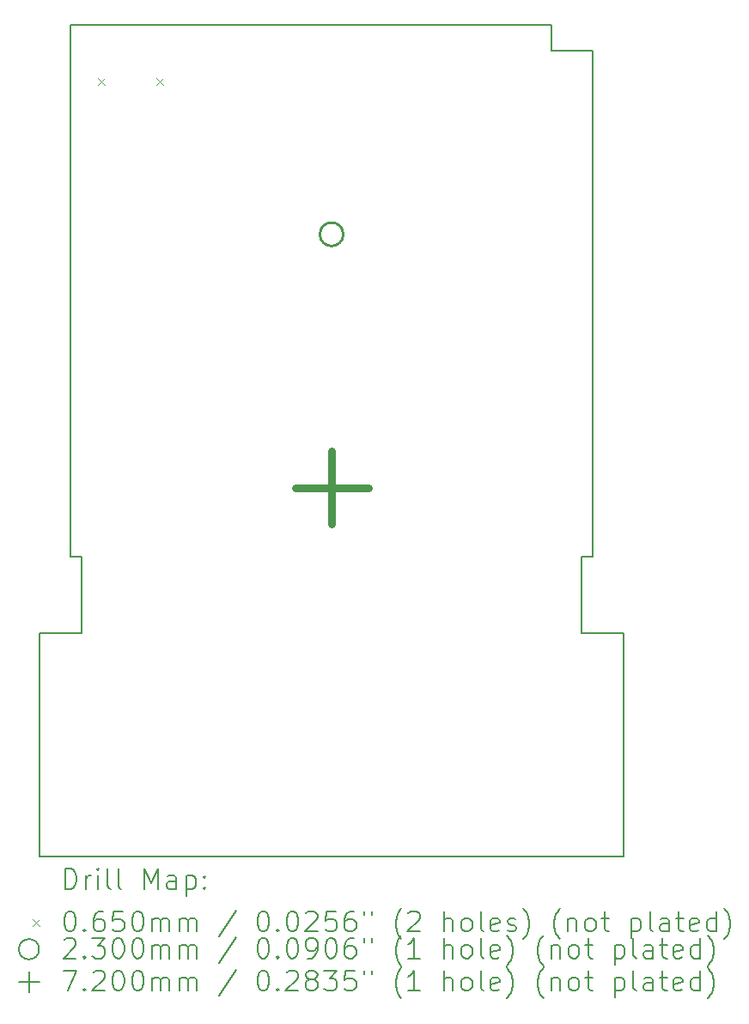
<source format=gbr>
%TF.GenerationSoftware,KiCad,Pcbnew,6.0.11+dfsg-1~bpo11+1*%
%TF.CreationDate,2023-04-01T22:39:16-07:00*%
%TF.ProjectId,gbpunk,67627075-6e6b-42e6-9b69-6361645f7063,v4.0*%
%TF.SameCoordinates,Original*%
%TF.FileFunction,Drillmap*%
%TF.FilePolarity,Positive*%
%FSLAX45Y45*%
G04 Gerber Fmt 4.5, Leading zero omitted, Abs format (unit mm)*
G04 Created by KiCad (PCBNEW 6.0.11+dfsg-1~bpo11+1) date 2023-04-01 22:39:16*
%MOMM*%
%LPD*%
G01*
G04 APERTURE LIST*
%ADD10C,0.150000*%
%ADD11C,0.200000*%
%ADD12C,0.065000*%
%ADD13C,0.230000*%
%ADD14C,0.720000*%
G04 APERTURE END LIST*
D10*
X12570000Y-4160000D02*
X12170000Y-4160000D01*
X12460000Y-9140000D02*
X12570000Y-9140000D01*
X12170000Y-3900000D02*
X12170000Y-4160000D01*
X12460000Y-9900000D02*
X12875000Y-9900000D01*
X12460000Y-9900000D02*
X12460000Y-9140000D01*
X12570000Y-9140000D02*
X12570000Y-4160000D01*
X12875000Y-12100000D02*
X7125000Y-12100000D01*
X7430000Y-3900000D02*
X12170000Y-3900000D01*
X7430000Y-9140000D02*
X7430000Y-3900000D01*
X7540000Y-9900000D02*
X7540000Y-9140000D01*
X12875000Y-9900000D02*
X12875000Y-12100000D01*
X7125000Y-12100000D02*
X7125000Y-9900000D01*
X7125000Y-9900000D02*
X7540000Y-9900000D01*
X7540000Y-9140000D02*
X7430000Y-9140000D01*
D11*
D12*
X7696500Y-4429500D02*
X7761500Y-4494500D01*
X7761500Y-4429500D02*
X7696500Y-4494500D01*
X8274500Y-4429500D02*
X8339500Y-4494500D01*
X8339500Y-4429500D02*
X8274500Y-4494500D01*
D13*
X10115000Y-5965000D02*
G75*
G03*
X10115000Y-5965000I-115000J0D01*
G01*
D14*
X10000000Y-8105000D02*
X10000000Y-8825000D01*
X9640000Y-8465000D02*
X10360000Y-8465000D01*
D11*
X7375119Y-12417976D02*
X7375119Y-12217976D01*
X7422738Y-12217976D01*
X7451309Y-12227500D01*
X7470357Y-12246548D01*
X7479881Y-12265595D01*
X7489405Y-12303690D01*
X7489405Y-12332262D01*
X7479881Y-12370357D01*
X7470357Y-12389405D01*
X7451309Y-12408452D01*
X7422738Y-12417976D01*
X7375119Y-12417976D01*
X7575119Y-12417976D02*
X7575119Y-12284643D01*
X7575119Y-12322738D02*
X7584643Y-12303690D01*
X7594167Y-12294167D01*
X7613214Y-12284643D01*
X7632262Y-12284643D01*
X7698928Y-12417976D02*
X7698928Y-12284643D01*
X7698928Y-12217976D02*
X7689405Y-12227500D01*
X7698928Y-12237024D01*
X7708452Y-12227500D01*
X7698928Y-12217976D01*
X7698928Y-12237024D01*
X7822738Y-12417976D02*
X7803690Y-12408452D01*
X7794167Y-12389405D01*
X7794167Y-12217976D01*
X7927500Y-12417976D02*
X7908452Y-12408452D01*
X7898928Y-12389405D01*
X7898928Y-12217976D01*
X8156071Y-12417976D02*
X8156071Y-12217976D01*
X8222738Y-12360833D01*
X8289405Y-12217976D01*
X8289405Y-12417976D01*
X8470357Y-12417976D02*
X8470357Y-12313214D01*
X8460833Y-12294167D01*
X8441786Y-12284643D01*
X8403690Y-12284643D01*
X8384643Y-12294167D01*
X8470357Y-12408452D02*
X8451310Y-12417976D01*
X8403690Y-12417976D01*
X8384643Y-12408452D01*
X8375119Y-12389405D01*
X8375119Y-12370357D01*
X8384643Y-12351309D01*
X8403690Y-12341786D01*
X8451310Y-12341786D01*
X8470357Y-12332262D01*
X8565595Y-12284643D02*
X8565595Y-12484643D01*
X8565595Y-12294167D02*
X8584643Y-12284643D01*
X8622738Y-12284643D01*
X8641786Y-12294167D01*
X8651310Y-12303690D01*
X8660833Y-12322738D01*
X8660833Y-12379881D01*
X8651310Y-12398928D01*
X8641786Y-12408452D01*
X8622738Y-12417976D01*
X8584643Y-12417976D01*
X8565595Y-12408452D01*
X8746548Y-12398928D02*
X8756071Y-12408452D01*
X8746548Y-12417976D01*
X8737024Y-12408452D01*
X8746548Y-12398928D01*
X8746548Y-12417976D01*
X8746548Y-12294167D02*
X8756071Y-12303690D01*
X8746548Y-12313214D01*
X8737024Y-12303690D01*
X8746548Y-12294167D01*
X8746548Y-12313214D01*
D12*
X7052500Y-12715000D02*
X7117500Y-12780000D01*
X7117500Y-12715000D02*
X7052500Y-12780000D01*
D11*
X7413214Y-12637976D02*
X7432262Y-12637976D01*
X7451309Y-12647500D01*
X7460833Y-12657024D01*
X7470357Y-12676071D01*
X7479881Y-12714167D01*
X7479881Y-12761786D01*
X7470357Y-12799881D01*
X7460833Y-12818928D01*
X7451309Y-12828452D01*
X7432262Y-12837976D01*
X7413214Y-12837976D01*
X7394167Y-12828452D01*
X7384643Y-12818928D01*
X7375119Y-12799881D01*
X7365595Y-12761786D01*
X7365595Y-12714167D01*
X7375119Y-12676071D01*
X7384643Y-12657024D01*
X7394167Y-12647500D01*
X7413214Y-12637976D01*
X7565595Y-12818928D02*
X7575119Y-12828452D01*
X7565595Y-12837976D01*
X7556071Y-12828452D01*
X7565595Y-12818928D01*
X7565595Y-12837976D01*
X7746548Y-12637976D02*
X7708452Y-12637976D01*
X7689405Y-12647500D01*
X7679881Y-12657024D01*
X7660833Y-12685595D01*
X7651309Y-12723690D01*
X7651309Y-12799881D01*
X7660833Y-12818928D01*
X7670357Y-12828452D01*
X7689405Y-12837976D01*
X7727500Y-12837976D01*
X7746548Y-12828452D01*
X7756071Y-12818928D01*
X7765595Y-12799881D01*
X7765595Y-12752262D01*
X7756071Y-12733214D01*
X7746548Y-12723690D01*
X7727500Y-12714167D01*
X7689405Y-12714167D01*
X7670357Y-12723690D01*
X7660833Y-12733214D01*
X7651309Y-12752262D01*
X7946548Y-12637976D02*
X7851309Y-12637976D01*
X7841786Y-12733214D01*
X7851309Y-12723690D01*
X7870357Y-12714167D01*
X7917976Y-12714167D01*
X7937024Y-12723690D01*
X7946548Y-12733214D01*
X7956071Y-12752262D01*
X7956071Y-12799881D01*
X7946548Y-12818928D01*
X7937024Y-12828452D01*
X7917976Y-12837976D01*
X7870357Y-12837976D01*
X7851309Y-12828452D01*
X7841786Y-12818928D01*
X8079881Y-12637976D02*
X8098928Y-12637976D01*
X8117976Y-12647500D01*
X8127500Y-12657024D01*
X8137024Y-12676071D01*
X8146548Y-12714167D01*
X8146548Y-12761786D01*
X8137024Y-12799881D01*
X8127500Y-12818928D01*
X8117976Y-12828452D01*
X8098928Y-12837976D01*
X8079881Y-12837976D01*
X8060833Y-12828452D01*
X8051309Y-12818928D01*
X8041786Y-12799881D01*
X8032262Y-12761786D01*
X8032262Y-12714167D01*
X8041786Y-12676071D01*
X8051309Y-12657024D01*
X8060833Y-12647500D01*
X8079881Y-12637976D01*
X8232262Y-12837976D02*
X8232262Y-12704643D01*
X8232262Y-12723690D02*
X8241786Y-12714167D01*
X8260833Y-12704643D01*
X8289405Y-12704643D01*
X8308452Y-12714167D01*
X8317976Y-12733214D01*
X8317976Y-12837976D01*
X8317976Y-12733214D02*
X8327500Y-12714167D01*
X8346548Y-12704643D01*
X8375119Y-12704643D01*
X8394167Y-12714167D01*
X8403690Y-12733214D01*
X8403690Y-12837976D01*
X8498929Y-12837976D02*
X8498929Y-12704643D01*
X8498929Y-12723690D02*
X8508452Y-12714167D01*
X8527500Y-12704643D01*
X8556071Y-12704643D01*
X8575119Y-12714167D01*
X8584643Y-12733214D01*
X8584643Y-12837976D01*
X8584643Y-12733214D02*
X8594167Y-12714167D01*
X8613214Y-12704643D01*
X8641786Y-12704643D01*
X8660833Y-12714167D01*
X8670357Y-12733214D01*
X8670357Y-12837976D01*
X9060833Y-12628452D02*
X8889405Y-12885595D01*
X9317976Y-12637976D02*
X9337024Y-12637976D01*
X9356071Y-12647500D01*
X9365595Y-12657024D01*
X9375119Y-12676071D01*
X9384643Y-12714167D01*
X9384643Y-12761786D01*
X9375119Y-12799881D01*
X9365595Y-12818928D01*
X9356071Y-12828452D01*
X9337024Y-12837976D01*
X9317976Y-12837976D01*
X9298929Y-12828452D01*
X9289405Y-12818928D01*
X9279881Y-12799881D01*
X9270357Y-12761786D01*
X9270357Y-12714167D01*
X9279881Y-12676071D01*
X9289405Y-12657024D01*
X9298929Y-12647500D01*
X9317976Y-12637976D01*
X9470357Y-12818928D02*
X9479881Y-12828452D01*
X9470357Y-12837976D01*
X9460833Y-12828452D01*
X9470357Y-12818928D01*
X9470357Y-12837976D01*
X9603690Y-12637976D02*
X9622738Y-12637976D01*
X9641786Y-12647500D01*
X9651310Y-12657024D01*
X9660833Y-12676071D01*
X9670357Y-12714167D01*
X9670357Y-12761786D01*
X9660833Y-12799881D01*
X9651310Y-12818928D01*
X9641786Y-12828452D01*
X9622738Y-12837976D01*
X9603690Y-12837976D01*
X9584643Y-12828452D01*
X9575119Y-12818928D01*
X9565595Y-12799881D01*
X9556071Y-12761786D01*
X9556071Y-12714167D01*
X9565595Y-12676071D01*
X9575119Y-12657024D01*
X9584643Y-12647500D01*
X9603690Y-12637976D01*
X9746548Y-12657024D02*
X9756071Y-12647500D01*
X9775119Y-12637976D01*
X9822738Y-12637976D01*
X9841786Y-12647500D01*
X9851310Y-12657024D01*
X9860833Y-12676071D01*
X9860833Y-12695119D01*
X9851310Y-12723690D01*
X9737024Y-12837976D01*
X9860833Y-12837976D01*
X10041786Y-12637976D02*
X9946548Y-12637976D01*
X9937024Y-12733214D01*
X9946548Y-12723690D01*
X9965595Y-12714167D01*
X10013214Y-12714167D01*
X10032262Y-12723690D01*
X10041786Y-12733214D01*
X10051310Y-12752262D01*
X10051310Y-12799881D01*
X10041786Y-12818928D01*
X10032262Y-12828452D01*
X10013214Y-12837976D01*
X9965595Y-12837976D01*
X9946548Y-12828452D01*
X9937024Y-12818928D01*
X10222738Y-12637976D02*
X10184643Y-12637976D01*
X10165595Y-12647500D01*
X10156071Y-12657024D01*
X10137024Y-12685595D01*
X10127500Y-12723690D01*
X10127500Y-12799881D01*
X10137024Y-12818928D01*
X10146548Y-12828452D01*
X10165595Y-12837976D01*
X10203690Y-12837976D01*
X10222738Y-12828452D01*
X10232262Y-12818928D01*
X10241786Y-12799881D01*
X10241786Y-12752262D01*
X10232262Y-12733214D01*
X10222738Y-12723690D01*
X10203690Y-12714167D01*
X10165595Y-12714167D01*
X10146548Y-12723690D01*
X10137024Y-12733214D01*
X10127500Y-12752262D01*
X10317976Y-12637976D02*
X10317976Y-12676071D01*
X10394167Y-12637976D02*
X10394167Y-12676071D01*
X10689405Y-12914167D02*
X10679881Y-12904643D01*
X10660833Y-12876071D01*
X10651310Y-12857024D01*
X10641786Y-12828452D01*
X10632262Y-12780833D01*
X10632262Y-12742738D01*
X10641786Y-12695119D01*
X10651310Y-12666548D01*
X10660833Y-12647500D01*
X10679881Y-12618928D01*
X10689405Y-12609405D01*
X10756071Y-12657024D02*
X10765595Y-12647500D01*
X10784643Y-12637976D01*
X10832262Y-12637976D01*
X10851310Y-12647500D01*
X10860833Y-12657024D01*
X10870357Y-12676071D01*
X10870357Y-12695119D01*
X10860833Y-12723690D01*
X10746548Y-12837976D01*
X10870357Y-12837976D01*
X11108452Y-12837976D02*
X11108452Y-12637976D01*
X11194167Y-12837976D02*
X11194167Y-12733214D01*
X11184643Y-12714167D01*
X11165595Y-12704643D01*
X11137024Y-12704643D01*
X11117976Y-12714167D01*
X11108452Y-12723690D01*
X11317976Y-12837976D02*
X11298928Y-12828452D01*
X11289405Y-12818928D01*
X11279881Y-12799881D01*
X11279881Y-12742738D01*
X11289405Y-12723690D01*
X11298928Y-12714167D01*
X11317976Y-12704643D01*
X11346548Y-12704643D01*
X11365595Y-12714167D01*
X11375119Y-12723690D01*
X11384643Y-12742738D01*
X11384643Y-12799881D01*
X11375119Y-12818928D01*
X11365595Y-12828452D01*
X11346548Y-12837976D01*
X11317976Y-12837976D01*
X11498928Y-12837976D02*
X11479881Y-12828452D01*
X11470357Y-12809405D01*
X11470357Y-12637976D01*
X11651309Y-12828452D02*
X11632262Y-12837976D01*
X11594167Y-12837976D01*
X11575119Y-12828452D01*
X11565595Y-12809405D01*
X11565595Y-12733214D01*
X11575119Y-12714167D01*
X11594167Y-12704643D01*
X11632262Y-12704643D01*
X11651309Y-12714167D01*
X11660833Y-12733214D01*
X11660833Y-12752262D01*
X11565595Y-12771309D01*
X11737024Y-12828452D02*
X11756071Y-12837976D01*
X11794167Y-12837976D01*
X11813214Y-12828452D01*
X11822738Y-12809405D01*
X11822738Y-12799881D01*
X11813214Y-12780833D01*
X11794167Y-12771309D01*
X11765595Y-12771309D01*
X11746548Y-12761786D01*
X11737024Y-12742738D01*
X11737024Y-12733214D01*
X11746548Y-12714167D01*
X11765595Y-12704643D01*
X11794167Y-12704643D01*
X11813214Y-12714167D01*
X11889405Y-12914167D02*
X11898928Y-12904643D01*
X11917976Y-12876071D01*
X11927500Y-12857024D01*
X11937024Y-12828452D01*
X11946548Y-12780833D01*
X11946548Y-12742738D01*
X11937024Y-12695119D01*
X11927500Y-12666548D01*
X11917976Y-12647500D01*
X11898928Y-12618928D01*
X11889405Y-12609405D01*
X12251309Y-12914167D02*
X12241786Y-12904643D01*
X12222738Y-12876071D01*
X12213214Y-12857024D01*
X12203690Y-12828452D01*
X12194167Y-12780833D01*
X12194167Y-12742738D01*
X12203690Y-12695119D01*
X12213214Y-12666548D01*
X12222738Y-12647500D01*
X12241786Y-12618928D01*
X12251309Y-12609405D01*
X12327500Y-12704643D02*
X12327500Y-12837976D01*
X12327500Y-12723690D02*
X12337024Y-12714167D01*
X12356071Y-12704643D01*
X12384643Y-12704643D01*
X12403690Y-12714167D01*
X12413214Y-12733214D01*
X12413214Y-12837976D01*
X12537024Y-12837976D02*
X12517976Y-12828452D01*
X12508452Y-12818928D01*
X12498928Y-12799881D01*
X12498928Y-12742738D01*
X12508452Y-12723690D01*
X12517976Y-12714167D01*
X12537024Y-12704643D01*
X12565595Y-12704643D01*
X12584643Y-12714167D01*
X12594167Y-12723690D01*
X12603690Y-12742738D01*
X12603690Y-12799881D01*
X12594167Y-12818928D01*
X12584643Y-12828452D01*
X12565595Y-12837976D01*
X12537024Y-12837976D01*
X12660833Y-12704643D02*
X12737024Y-12704643D01*
X12689405Y-12637976D02*
X12689405Y-12809405D01*
X12698928Y-12828452D01*
X12717976Y-12837976D01*
X12737024Y-12837976D01*
X12956071Y-12704643D02*
X12956071Y-12904643D01*
X12956071Y-12714167D02*
X12975119Y-12704643D01*
X13013214Y-12704643D01*
X13032262Y-12714167D01*
X13041786Y-12723690D01*
X13051309Y-12742738D01*
X13051309Y-12799881D01*
X13041786Y-12818928D01*
X13032262Y-12828452D01*
X13013214Y-12837976D01*
X12975119Y-12837976D01*
X12956071Y-12828452D01*
X13165595Y-12837976D02*
X13146548Y-12828452D01*
X13137024Y-12809405D01*
X13137024Y-12637976D01*
X13327500Y-12837976D02*
X13327500Y-12733214D01*
X13317976Y-12714167D01*
X13298928Y-12704643D01*
X13260833Y-12704643D01*
X13241786Y-12714167D01*
X13327500Y-12828452D02*
X13308452Y-12837976D01*
X13260833Y-12837976D01*
X13241786Y-12828452D01*
X13232262Y-12809405D01*
X13232262Y-12790357D01*
X13241786Y-12771309D01*
X13260833Y-12761786D01*
X13308452Y-12761786D01*
X13327500Y-12752262D01*
X13394167Y-12704643D02*
X13470357Y-12704643D01*
X13422738Y-12637976D02*
X13422738Y-12809405D01*
X13432262Y-12828452D01*
X13451309Y-12837976D01*
X13470357Y-12837976D01*
X13613214Y-12828452D02*
X13594167Y-12837976D01*
X13556071Y-12837976D01*
X13537024Y-12828452D01*
X13527500Y-12809405D01*
X13527500Y-12733214D01*
X13537024Y-12714167D01*
X13556071Y-12704643D01*
X13594167Y-12704643D01*
X13613214Y-12714167D01*
X13622738Y-12733214D01*
X13622738Y-12752262D01*
X13527500Y-12771309D01*
X13794167Y-12837976D02*
X13794167Y-12637976D01*
X13794167Y-12828452D02*
X13775119Y-12837976D01*
X13737024Y-12837976D01*
X13717976Y-12828452D01*
X13708452Y-12818928D01*
X13698928Y-12799881D01*
X13698928Y-12742738D01*
X13708452Y-12723690D01*
X13717976Y-12714167D01*
X13737024Y-12704643D01*
X13775119Y-12704643D01*
X13794167Y-12714167D01*
X13870357Y-12914167D02*
X13879881Y-12904643D01*
X13898928Y-12876071D01*
X13908452Y-12857024D01*
X13917976Y-12828452D01*
X13927500Y-12780833D01*
X13927500Y-12742738D01*
X13917976Y-12695119D01*
X13908452Y-12666548D01*
X13898928Y-12647500D01*
X13879881Y-12618928D01*
X13870357Y-12609405D01*
X7117500Y-13011500D02*
G75*
G03*
X7117500Y-13011500I-100000J0D01*
G01*
X7365595Y-12921024D02*
X7375119Y-12911500D01*
X7394167Y-12901976D01*
X7441786Y-12901976D01*
X7460833Y-12911500D01*
X7470357Y-12921024D01*
X7479881Y-12940071D01*
X7479881Y-12959119D01*
X7470357Y-12987690D01*
X7356071Y-13101976D01*
X7479881Y-13101976D01*
X7565595Y-13082928D02*
X7575119Y-13092452D01*
X7565595Y-13101976D01*
X7556071Y-13092452D01*
X7565595Y-13082928D01*
X7565595Y-13101976D01*
X7641786Y-12901976D02*
X7765595Y-12901976D01*
X7698928Y-12978167D01*
X7727500Y-12978167D01*
X7746548Y-12987690D01*
X7756071Y-12997214D01*
X7765595Y-13016262D01*
X7765595Y-13063881D01*
X7756071Y-13082928D01*
X7746548Y-13092452D01*
X7727500Y-13101976D01*
X7670357Y-13101976D01*
X7651309Y-13092452D01*
X7641786Y-13082928D01*
X7889405Y-12901976D02*
X7908452Y-12901976D01*
X7927500Y-12911500D01*
X7937024Y-12921024D01*
X7946548Y-12940071D01*
X7956071Y-12978167D01*
X7956071Y-13025786D01*
X7946548Y-13063881D01*
X7937024Y-13082928D01*
X7927500Y-13092452D01*
X7908452Y-13101976D01*
X7889405Y-13101976D01*
X7870357Y-13092452D01*
X7860833Y-13082928D01*
X7851309Y-13063881D01*
X7841786Y-13025786D01*
X7841786Y-12978167D01*
X7851309Y-12940071D01*
X7860833Y-12921024D01*
X7870357Y-12911500D01*
X7889405Y-12901976D01*
X8079881Y-12901976D02*
X8098928Y-12901976D01*
X8117976Y-12911500D01*
X8127500Y-12921024D01*
X8137024Y-12940071D01*
X8146548Y-12978167D01*
X8146548Y-13025786D01*
X8137024Y-13063881D01*
X8127500Y-13082928D01*
X8117976Y-13092452D01*
X8098928Y-13101976D01*
X8079881Y-13101976D01*
X8060833Y-13092452D01*
X8051309Y-13082928D01*
X8041786Y-13063881D01*
X8032262Y-13025786D01*
X8032262Y-12978167D01*
X8041786Y-12940071D01*
X8051309Y-12921024D01*
X8060833Y-12911500D01*
X8079881Y-12901976D01*
X8232262Y-13101976D02*
X8232262Y-12968643D01*
X8232262Y-12987690D02*
X8241786Y-12978167D01*
X8260833Y-12968643D01*
X8289405Y-12968643D01*
X8308452Y-12978167D01*
X8317976Y-12997214D01*
X8317976Y-13101976D01*
X8317976Y-12997214D02*
X8327500Y-12978167D01*
X8346548Y-12968643D01*
X8375119Y-12968643D01*
X8394167Y-12978167D01*
X8403690Y-12997214D01*
X8403690Y-13101976D01*
X8498929Y-13101976D02*
X8498929Y-12968643D01*
X8498929Y-12987690D02*
X8508452Y-12978167D01*
X8527500Y-12968643D01*
X8556071Y-12968643D01*
X8575119Y-12978167D01*
X8584643Y-12997214D01*
X8584643Y-13101976D01*
X8584643Y-12997214D02*
X8594167Y-12978167D01*
X8613214Y-12968643D01*
X8641786Y-12968643D01*
X8660833Y-12978167D01*
X8670357Y-12997214D01*
X8670357Y-13101976D01*
X9060833Y-12892452D02*
X8889405Y-13149595D01*
X9317976Y-12901976D02*
X9337024Y-12901976D01*
X9356071Y-12911500D01*
X9365595Y-12921024D01*
X9375119Y-12940071D01*
X9384643Y-12978167D01*
X9384643Y-13025786D01*
X9375119Y-13063881D01*
X9365595Y-13082928D01*
X9356071Y-13092452D01*
X9337024Y-13101976D01*
X9317976Y-13101976D01*
X9298929Y-13092452D01*
X9289405Y-13082928D01*
X9279881Y-13063881D01*
X9270357Y-13025786D01*
X9270357Y-12978167D01*
X9279881Y-12940071D01*
X9289405Y-12921024D01*
X9298929Y-12911500D01*
X9317976Y-12901976D01*
X9470357Y-13082928D02*
X9479881Y-13092452D01*
X9470357Y-13101976D01*
X9460833Y-13092452D01*
X9470357Y-13082928D01*
X9470357Y-13101976D01*
X9603690Y-12901976D02*
X9622738Y-12901976D01*
X9641786Y-12911500D01*
X9651310Y-12921024D01*
X9660833Y-12940071D01*
X9670357Y-12978167D01*
X9670357Y-13025786D01*
X9660833Y-13063881D01*
X9651310Y-13082928D01*
X9641786Y-13092452D01*
X9622738Y-13101976D01*
X9603690Y-13101976D01*
X9584643Y-13092452D01*
X9575119Y-13082928D01*
X9565595Y-13063881D01*
X9556071Y-13025786D01*
X9556071Y-12978167D01*
X9565595Y-12940071D01*
X9575119Y-12921024D01*
X9584643Y-12911500D01*
X9603690Y-12901976D01*
X9765595Y-13101976D02*
X9803690Y-13101976D01*
X9822738Y-13092452D01*
X9832262Y-13082928D01*
X9851310Y-13054357D01*
X9860833Y-13016262D01*
X9860833Y-12940071D01*
X9851310Y-12921024D01*
X9841786Y-12911500D01*
X9822738Y-12901976D01*
X9784643Y-12901976D01*
X9765595Y-12911500D01*
X9756071Y-12921024D01*
X9746548Y-12940071D01*
X9746548Y-12987690D01*
X9756071Y-13006738D01*
X9765595Y-13016262D01*
X9784643Y-13025786D01*
X9822738Y-13025786D01*
X9841786Y-13016262D01*
X9851310Y-13006738D01*
X9860833Y-12987690D01*
X9984643Y-12901976D02*
X10003690Y-12901976D01*
X10022738Y-12911500D01*
X10032262Y-12921024D01*
X10041786Y-12940071D01*
X10051310Y-12978167D01*
X10051310Y-13025786D01*
X10041786Y-13063881D01*
X10032262Y-13082928D01*
X10022738Y-13092452D01*
X10003690Y-13101976D01*
X9984643Y-13101976D01*
X9965595Y-13092452D01*
X9956071Y-13082928D01*
X9946548Y-13063881D01*
X9937024Y-13025786D01*
X9937024Y-12978167D01*
X9946548Y-12940071D01*
X9956071Y-12921024D01*
X9965595Y-12911500D01*
X9984643Y-12901976D01*
X10222738Y-12901976D02*
X10184643Y-12901976D01*
X10165595Y-12911500D01*
X10156071Y-12921024D01*
X10137024Y-12949595D01*
X10127500Y-12987690D01*
X10127500Y-13063881D01*
X10137024Y-13082928D01*
X10146548Y-13092452D01*
X10165595Y-13101976D01*
X10203690Y-13101976D01*
X10222738Y-13092452D01*
X10232262Y-13082928D01*
X10241786Y-13063881D01*
X10241786Y-13016262D01*
X10232262Y-12997214D01*
X10222738Y-12987690D01*
X10203690Y-12978167D01*
X10165595Y-12978167D01*
X10146548Y-12987690D01*
X10137024Y-12997214D01*
X10127500Y-13016262D01*
X10317976Y-12901976D02*
X10317976Y-12940071D01*
X10394167Y-12901976D02*
X10394167Y-12940071D01*
X10689405Y-13178167D02*
X10679881Y-13168643D01*
X10660833Y-13140071D01*
X10651310Y-13121024D01*
X10641786Y-13092452D01*
X10632262Y-13044833D01*
X10632262Y-13006738D01*
X10641786Y-12959119D01*
X10651310Y-12930548D01*
X10660833Y-12911500D01*
X10679881Y-12882928D01*
X10689405Y-12873405D01*
X10870357Y-13101976D02*
X10756071Y-13101976D01*
X10813214Y-13101976D02*
X10813214Y-12901976D01*
X10794167Y-12930548D01*
X10775119Y-12949595D01*
X10756071Y-12959119D01*
X11108452Y-13101976D02*
X11108452Y-12901976D01*
X11194167Y-13101976D02*
X11194167Y-12997214D01*
X11184643Y-12978167D01*
X11165595Y-12968643D01*
X11137024Y-12968643D01*
X11117976Y-12978167D01*
X11108452Y-12987690D01*
X11317976Y-13101976D02*
X11298928Y-13092452D01*
X11289405Y-13082928D01*
X11279881Y-13063881D01*
X11279881Y-13006738D01*
X11289405Y-12987690D01*
X11298928Y-12978167D01*
X11317976Y-12968643D01*
X11346548Y-12968643D01*
X11365595Y-12978167D01*
X11375119Y-12987690D01*
X11384643Y-13006738D01*
X11384643Y-13063881D01*
X11375119Y-13082928D01*
X11365595Y-13092452D01*
X11346548Y-13101976D01*
X11317976Y-13101976D01*
X11498928Y-13101976D02*
X11479881Y-13092452D01*
X11470357Y-13073405D01*
X11470357Y-12901976D01*
X11651309Y-13092452D02*
X11632262Y-13101976D01*
X11594167Y-13101976D01*
X11575119Y-13092452D01*
X11565595Y-13073405D01*
X11565595Y-12997214D01*
X11575119Y-12978167D01*
X11594167Y-12968643D01*
X11632262Y-12968643D01*
X11651309Y-12978167D01*
X11660833Y-12997214D01*
X11660833Y-13016262D01*
X11565595Y-13035309D01*
X11727500Y-13178167D02*
X11737024Y-13168643D01*
X11756071Y-13140071D01*
X11765595Y-13121024D01*
X11775119Y-13092452D01*
X11784643Y-13044833D01*
X11784643Y-13006738D01*
X11775119Y-12959119D01*
X11765595Y-12930548D01*
X11756071Y-12911500D01*
X11737024Y-12882928D01*
X11727500Y-12873405D01*
X12089405Y-13178167D02*
X12079881Y-13168643D01*
X12060833Y-13140071D01*
X12051309Y-13121024D01*
X12041786Y-13092452D01*
X12032262Y-13044833D01*
X12032262Y-13006738D01*
X12041786Y-12959119D01*
X12051309Y-12930548D01*
X12060833Y-12911500D01*
X12079881Y-12882928D01*
X12089405Y-12873405D01*
X12165595Y-12968643D02*
X12165595Y-13101976D01*
X12165595Y-12987690D02*
X12175119Y-12978167D01*
X12194167Y-12968643D01*
X12222738Y-12968643D01*
X12241786Y-12978167D01*
X12251309Y-12997214D01*
X12251309Y-13101976D01*
X12375119Y-13101976D02*
X12356071Y-13092452D01*
X12346548Y-13082928D01*
X12337024Y-13063881D01*
X12337024Y-13006738D01*
X12346548Y-12987690D01*
X12356071Y-12978167D01*
X12375119Y-12968643D01*
X12403690Y-12968643D01*
X12422738Y-12978167D01*
X12432262Y-12987690D01*
X12441786Y-13006738D01*
X12441786Y-13063881D01*
X12432262Y-13082928D01*
X12422738Y-13092452D01*
X12403690Y-13101976D01*
X12375119Y-13101976D01*
X12498928Y-12968643D02*
X12575119Y-12968643D01*
X12527500Y-12901976D02*
X12527500Y-13073405D01*
X12537024Y-13092452D01*
X12556071Y-13101976D01*
X12575119Y-13101976D01*
X12794167Y-12968643D02*
X12794167Y-13168643D01*
X12794167Y-12978167D02*
X12813214Y-12968643D01*
X12851309Y-12968643D01*
X12870357Y-12978167D01*
X12879881Y-12987690D01*
X12889405Y-13006738D01*
X12889405Y-13063881D01*
X12879881Y-13082928D01*
X12870357Y-13092452D01*
X12851309Y-13101976D01*
X12813214Y-13101976D01*
X12794167Y-13092452D01*
X13003690Y-13101976D02*
X12984643Y-13092452D01*
X12975119Y-13073405D01*
X12975119Y-12901976D01*
X13165595Y-13101976D02*
X13165595Y-12997214D01*
X13156071Y-12978167D01*
X13137024Y-12968643D01*
X13098928Y-12968643D01*
X13079881Y-12978167D01*
X13165595Y-13092452D02*
X13146548Y-13101976D01*
X13098928Y-13101976D01*
X13079881Y-13092452D01*
X13070357Y-13073405D01*
X13070357Y-13054357D01*
X13079881Y-13035309D01*
X13098928Y-13025786D01*
X13146548Y-13025786D01*
X13165595Y-13016262D01*
X13232262Y-12968643D02*
X13308452Y-12968643D01*
X13260833Y-12901976D02*
X13260833Y-13073405D01*
X13270357Y-13092452D01*
X13289405Y-13101976D01*
X13308452Y-13101976D01*
X13451309Y-13092452D02*
X13432262Y-13101976D01*
X13394167Y-13101976D01*
X13375119Y-13092452D01*
X13365595Y-13073405D01*
X13365595Y-12997214D01*
X13375119Y-12978167D01*
X13394167Y-12968643D01*
X13432262Y-12968643D01*
X13451309Y-12978167D01*
X13460833Y-12997214D01*
X13460833Y-13016262D01*
X13365595Y-13035309D01*
X13632262Y-13101976D02*
X13632262Y-12901976D01*
X13632262Y-13092452D02*
X13613214Y-13101976D01*
X13575119Y-13101976D01*
X13556071Y-13092452D01*
X13546548Y-13082928D01*
X13537024Y-13063881D01*
X13537024Y-13006738D01*
X13546548Y-12987690D01*
X13556071Y-12978167D01*
X13575119Y-12968643D01*
X13613214Y-12968643D01*
X13632262Y-12978167D01*
X13708452Y-13178167D02*
X13717976Y-13168643D01*
X13737024Y-13140071D01*
X13746548Y-13121024D01*
X13756071Y-13092452D01*
X13765595Y-13044833D01*
X13765595Y-13006738D01*
X13756071Y-12959119D01*
X13746548Y-12930548D01*
X13737024Y-12911500D01*
X13717976Y-12882928D01*
X13708452Y-12873405D01*
X7017500Y-13231500D02*
X7017500Y-13431500D01*
X6917500Y-13331500D02*
X7117500Y-13331500D01*
X7356071Y-13221976D02*
X7489405Y-13221976D01*
X7403690Y-13421976D01*
X7565595Y-13402928D02*
X7575119Y-13412452D01*
X7565595Y-13421976D01*
X7556071Y-13412452D01*
X7565595Y-13402928D01*
X7565595Y-13421976D01*
X7651309Y-13241024D02*
X7660833Y-13231500D01*
X7679881Y-13221976D01*
X7727500Y-13221976D01*
X7746548Y-13231500D01*
X7756071Y-13241024D01*
X7765595Y-13260071D01*
X7765595Y-13279119D01*
X7756071Y-13307690D01*
X7641786Y-13421976D01*
X7765595Y-13421976D01*
X7889405Y-13221976D02*
X7908452Y-13221976D01*
X7927500Y-13231500D01*
X7937024Y-13241024D01*
X7946548Y-13260071D01*
X7956071Y-13298167D01*
X7956071Y-13345786D01*
X7946548Y-13383881D01*
X7937024Y-13402928D01*
X7927500Y-13412452D01*
X7908452Y-13421976D01*
X7889405Y-13421976D01*
X7870357Y-13412452D01*
X7860833Y-13402928D01*
X7851309Y-13383881D01*
X7841786Y-13345786D01*
X7841786Y-13298167D01*
X7851309Y-13260071D01*
X7860833Y-13241024D01*
X7870357Y-13231500D01*
X7889405Y-13221976D01*
X8079881Y-13221976D02*
X8098928Y-13221976D01*
X8117976Y-13231500D01*
X8127500Y-13241024D01*
X8137024Y-13260071D01*
X8146548Y-13298167D01*
X8146548Y-13345786D01*
X8137024Y-13383881D01*
X8127500Y-13402928D01*
X8117976Y-13412452D01*
X8098928Y-13421976D01*
X8079881Y-13421976D01*
X8060833Y-13412452D01*
X8051309Y-13402928D01*
X8041786Y-13383881D01*
X8032262Y-13345786D01*
X8032262Y-13298167D01*
X8041786Y-13260071D01*
X8051309Y-13241024D01*
X8060833Y-13231500D01*
X8079881Y-13221976D01*
X8232262Y-13421976D02*
X8232262Y-13288643D01*
X8232262Y-13307690D02*
X8241786Y-13298167D01*
X8260833Y-13288643D01*
X8289405Y-13288643D01*
X8308452Y-13298167D01*
X8317976Y-13317214D01*
X8317976Y-13421976D01*
X8317976Y-13317214D02*
X8327500Y-13298167D01*
X8346548Y-13288643D01*
X8375119Y-13288643D01*
X8394167Y-13298167D01*
X8403690Y-13317214D01*
X8403690Y-13421976D01*
X8498929Y-13421976D02*
X8498929Y-13288643D01*
X8498929Y-13307690D02*
X8508452Y-13298167D01*
X8527500Y-13288643D01*
X8556071Y-13288643D01*
X8575119Y-13298167D01*
X8584643Y-13317214D01*
X8584643Y-13421976D01*
X8584643Y-13317214D02*
X8594167Y-13298167D01*
X8613214Y-13288643D01*
X8641786Y-13288643D01*
X8660833Y-13298167D01*
X8670357Y-13317214D01*
X8670357Y-13421976D01*
X9060833Y-13212452D02*
X8889405Y-13469595D01*
X9317976Y-13221976D02*
X9337024Y-13221976D01*
X9356071Y-13231500D01*
X9365595Y-13241024D01*
X9375119Y-13260071D01*
X9384643Y-13298167D01*
X9384643Y-13345786D01*
X9375119Y-13383881D01*
X9365595Y-13402928D01*
X9356071Y-13412452D01*
X9337024Y-13421976D01*
X9317976Y-13421976D01*
X9298929Y-13412452D01*
X9289405Y-13402928D01*
X9279881Y-13383881D01*
X9270357Y-13345786D01*
X9270357Y-13298167D01*
X9279881Y-13260071D01*
X9289405Y-13241024D01*
X9298929Y-13231500D01*
X9317976Y-13221976D01*
X9470357Y-13402928D02*
X9479881Y-13412452D01*
X9470357Y-13421976D01*
X9460833Y-13412452D01*
X9470357Y-13402928D01*
X9470357Y-13421976D01*
X9556071Y-13241024D02*
X9565595Y-13231500D01*
X9584643Y-13221976D01*
X9632262Y-13221976D01*
X9651310Y-13231500D01*
X9660833Y-13241024D01*
X9670357Y-13260071D01*
X9670357Y-13279119D01*
X9660833Y-13307690D01*
X9546548Y-13421976D01*
X9670357Y-13421976D01*
X9784643Y-13307690D02*
X9765595Y-13298167D01*
X9756071Y-13288643D01*
X9746548Y-13269595D01*
X9746548Y-13260071D01*
X9756071Y-13241024D01*
X9765595Y-13231500D01*
X9784643Y-13221976D01*
X9822738Y-13221976D01*
X9841786Y-13231500D01*
X9851310Y-13241024D01*
X9860833Y-13260071D01*
X9860833Y-13269595D01*
X9851310Y-13288643D01*
X9841786Y-13298167D01*
X9822738Y-13307690D01*
X9784643Y-13307690D01*
X9765595Y-13317214D01*
X9756071Y-13326738D01*
X9746548Y-13345786D01*
X9746548Y-13383881D01*
X9756071Y-13402928D01*
X9765595Y-13412452D01*
X9784643Y-13421976D01*
X9822738Y-13421976D01*
X9841786Y-13412452D01*
X9851310Y-13402928D01*
X9860833Y-13383881D01*
X9860833Y-13345786D01*
X9851310Y-13326738D01*
X9841786Y-13317214D01*
X9822738Y-13307690D01*
X9927500Y-13221976D02*
X10051310Y-13221976D01*
X9984643Y-13298167D01*
X10013214Y-13298167D01*
X10032262Y-13307690D01*
X10041786Y-13317214D01*
X10051310Y-13336262D01*
X10051310Y-13383881D01*
X10041786Y-13402928D01*
X10032262Y-13412452D01*
X10013214Y-13421976D01*
X9956071Y-13421976D01*
X9937024Y-13412452D01*
X9927500Y-13402928D01*
X10232262Y-13221976D02*
X10137024Y-13221976D01*
X10127500Y-13317214D01*
X10137024Y-13307690D01*
X10156071Y-13298167D01*
X10203690Y-13298167D01*
X10222738Y-13307690D01*
X10232262Y-13317214D01*
X10241786Y-13336262D01*
X10241786Y-13383881D01*
X10232262Y-13402928D01*
X10222738Y-13412452D01*
X10203690Y-13421976D01*
X10156071Y-13421976D01*
X10137024Y-13412452D01*
X10127500Y-13402928D01*
X10317976Y-13221976D02*
X10317976Y-13260071D01*
X10394167Y-13221976D02*
X10394167Y-13260071D01*
X10689405Y-13498167D02*
X10679881Y-13488643D01*
X10660833Y-13460071D01*
X10651310Y-13441024D01*
X10641786Y-13412452D01*
X10632262Y-13364833D01*
X10632262Y-13326738D01*
X10641786Y-13279119D01*
X10651310Y-13250548D01*
X10660833Y-13231500D01*
X10679881Y-13202928D01*
X10689405Y-13193405D01*
X10870357Y-13421976D02*
X10756071Y-13421976D01*
X10813214Y-13421976D02*
X10813214Y-13221976D01*
X10794167Y-13250548D01*
X10775119Y-13269595D01*
X10756071Y-13279119D01*
X11108452Y-13421976D02*
X11108452Y-13221976D01*
X11194167Y-13421976D02*
X11194167Y-13317214D01*
X11184643Y-13298167D01*
X11165595Y-13288643D01*
X11137024Y-13288643D01*
X11117976Y-13298167D01*
X11108452Y-13307690D01*
X11317976Y-13421976D02*
X11298928Y-13412452D01*
X11289405Y-13402928D01*
X11279881Y-13383881D01*
X11279881Y-13326738D01*
X11289405Y-13307690D01*
X11298928Y-13298167D01*
X11317976Y-13288643D01*
X11346548Y-13288643D01*
X11365595Y-13298167D01*
X11375119Y-13307690D01*
X11384643Y-13326738D01*
X11384643Y-13383881D01*
X11375119Y-13402928D01*
X11365595Y-13412452D01*
X11346548Y-13421976D01*
X11317976Y-13421976D01*
X11498928Y-13421976D02*
X11479881Y-13412452D01*
X11470357Y-13393405D01*
X11470357Y-13221976D01*
X11651309Y-13412452D02*
X11632262Y-13421976D01*
X11594167Y-13421976D01*
X11575119Y-13412452D01*
X11565595Y-13393405D01*
X11565595Y-13317214D01*
X11575119Y-13298167D01*
X11594167Y-13288643D01*
X11632262Y-13288643D01*
X11651309Y-13298167D01*
X11660833Y-13317214D01*
X11660833Y-13336262D01*
X11565595Y-13355309D01*
X11727500Y-13498167D02*
X11737024Y-13488643D01*
X11756071Y-13460071D01*
X11765595Y-13441024D01*
X11775119Y-13412452D01*
X11784643Y-13364833D01*
X11784643Y-13326738D01*
X11775119Y-13279119D01*
X11765595Y-13250548D01*
X11756071Y-13231500D01*
X11737024Y-13202928D01*
X11727500Y-13193405D01*
X12089405Y-13498167D02*
X12079881Y-13488643D01*
X12060833Y-13460071D01*
X12051309Y-13441024D01*
X12041786Y-13412452D01*
X12032262Y-13364833D01*
X12032262Y-13326738D01*
X12041786Y-13279119D01*
X12051309Y-13250548D01*
X12060833Y-13231500D01*
X12079881Y-13202928D01*
X12089405Y-13193405D01*
X12165595Y-13288643D02*
X12165595Y-13421976D01*
X12165595Y-13307690D02*
X12175119Y-13298167D01*
X12194167Y-13288643D01*
X12222738Y-13288643D01*
X12241786Y-13298167D01*
X12251309Y-13317214D01*
X12251309Y-13421976D01*
X12375119Y-13421976D02*
X12356071Y-13412452D01*
X12346548Y-13402928D01*
X12337024Y-13383881D01*
X12337024Y-13326738D01*
X12346548Y-13307690D01*
X12356071Y-13298167D01*
X12375119Y-13288643D01*
X12403690Y-13288643D01*
X12422738Y-13298167D01*
X12432262Y-13307690D01*
X12441786Y-13326738D01*
X12441786Y-13383881D01*
X12432262Y-13402928D01*
X12422738Y-13412452D01*
X12403690Y-13421976D01*
X12375119Y-13421976D01*
X12498928Y-13288643D02*
X12575119Y-13288643D01*
X12527500Y-13221976D02*
X12527500Y-13393405D01*
X12537024Y-13412452D01*
X12556071Y-13421976D01*
X12575119Y-13421976D01*
X12794167Y-13288643D02*
X12794167Y-13488643D01*
X12794167Y-13298167D02*
X12813214Y-13288643D01*
X12851309Y-13288643D01*
X12870357Y-13298167D01*
X12879881Y-13307690D01*
X12889405Y-13326738D01*
X12889405Y-13383881D01*
X12879881Y-13402928D01*
X12870357Y-13412452D01*
X12851309Y-13421976D01*
X12813214Y-13421976D01*
X12794167Y-13412452D01*
X13003690Y-13421976D02*
X12984643Y-13412452D01*
X12975119Y-13393405D01*
X12975119Y-13221976D01*
X13165595Y-13421976D02*
X13165595Y-13317214D01*
X13156071Y-13298167D01*
X13137024Y-13288643D01*
X13098928Y-13288643D01*
X13079881Y-13298167D01*
X13165595Y-13412452D02*
X13146548Y-13421976D01*
X13098928Y-13421976D01*
X13079881Y-13412452D01*
X13070357Y-13393405D01*
X13070357Y-13374357D01*
X13079881Y-13355309D01*
X13098928Y-13345786D01*
X13146548Y-13345786D01*
X13165595Y-13336262D01*
X13232262Y-13288643D02*
X13308452Y-13288643D01*
X13260833Y-13221976D02*
X13260833Y-13393405D01*
X13270357Y-13412452D01*
X13289405Y-13421976D01*
X13308452Y-13421976D01*
X13451309Y-13412452D02*
X13432262Y-13421976D01*
X13394167Y-13421976D01*
X13375119Y-13412452D01*
X13365595Y-13393405D01*
X13365595Y-13317214D01*
X13375119Y-13298167D01*
X13394167Y-13288643D01*
X13432262Y-13288643D01*
X13451309Y-13298167D01*
X13460833Y-13317214D01*
X13460833Y-13336262D01*
X13365595Y-13355309D01*
X13632262Y-13421976D02*
X13632262Y-13221976D01*
X13632262Y-13412452D02*
X13613214Y-13421976D01*
X13575119Y-13421976D01*
X13556071Y-13412452D01*
X13546548Y-13402928D01*
X13537024Y-13383881D01*
X13537024Y-13326738D01*
X13546548Y-13307690D01*
X13556071Y-13298167D01*
X13575119Y-13288643D01*
X13613214Y-13288643D01*
X13632262Y-13298167D01*
X13708452Y-13498167D02*
X13717976Y-13488643D01*
X13737024Y-13460071D01*
X13746548Y-13441024D01*
X13756071Y-13412452D01*
X13765595Y-13364833D01*
X13765595Y-13326738D01*
X13756071Y-13279119D01*
X13746548Y-13250548D01*
X13737024Y-13231500D01*
X13717976Y-13202928D01*
X13708452Y-13193405D01*
M02*

</source>
